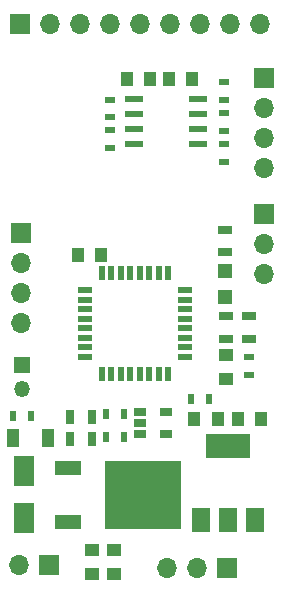
<source format=gts>
G04 #@! TF.FileFunction,Soldermask,Top*
%FSLAX46Y46*%
G04 Gerber Fmt 4.6, Leading zero omitted, Abs format (unit mm)*
G04 Created by KiCad (PCBNEW 4.0.2-stable) date 9/8/2017 10:58:27 PM*
%MOMM*%
G01*
G04 APERTURE LIST*
%ADD10C,0.100000*%
%ADD11R,1.200000X0.600000*%
%ADD12R,0.600000X1.200000*%
%ADD13R,1.000000X1.250000*%
%ADD14R,1.250000X1.000000*%
%ADD15R,1.000000X1.600000*%
%ADD16R,1.700000X1.700000*%
%ADD17O,1.700000X1.700000*%
%ADD18R,0.900000X0.500000*%
%ADD19R,0.700000X1.300000*%
%ADD20R,1.300000X0.700000*%
%ADD21R,2.200000X1.200000*%
%ADD22R,6.400000X5.800000*%
%ADD23R,3.800000X2.000000*%
%ADD24R,1.500000X2.000000*%
%ADD25R,1.550000X0.600000*%
%ADD26R,1.800000X2.500000*%
%ADD27R,1.350000X1.350000*%
%ADD28O,1.350000X1.350000*%
%ADD29R,1.200000X1.200000*%
%ADD30R,0.500000X0.900000*%
%ADD31R,1.060000X0.650000*%
G04 APERTURE END LIST*
D10*
D11*
X116245000Y-108205500D03*
X116245000Y-107405500D03*
X116245000Y-106605500D03*
X116245000Y-105805500D03*
X116245000Y-105005500D03*
X116245000Y-104205500D03*
X116245000Y-103405500D03*
X116245000Y-102605500D03*
D12*
X114795000Y-101155500D03*
X113995000Y-101155500D03*
X113195000Y-101155500D03*
X112395000Y-101155500D03*
X111595000Y-101155500D03*
X110795000Y-101155500D03*
X109995000Y-101155500D03*
X109195000Y-101155500D03*
D11*
X107745000Y-102605500D03*
X107745000Y-103405500D03*
X107745000Y-104205500D03*
X107745000Y-105005500D03*
X107745000Y-105805500D03*
X107745000Y-106605500D03*
X107745000Y-107405500D03*
X107745000Y-108205500D03*
D12*
X109195000Y-109655500D03*
X109995000Y-109655500D03*
X110795000Y-109655500D03*
X111595000Y-109655500D03*
X112395000Y-109655500D03*
X113195000Y-109655500D03*
X113995000Y-109655500D03*
X114795000Y-109655500D03*
D13*
X114824000Y-84709000D03*
X116824000Y-84709000D03*
D14*
X119697500Y-110077000D03*
X119697500Y-108077000D03*
D15*
X101624000Y-115112800D03*
X104624000Y-115112800D03*
D14*
X110236000Y-124603000D03*
X110236000Y-126603000D03*
X108331000Y-124603000D03*
X108331000Y-126603000D03*
D13*
X120682000Y-113482500D03*
X122682000Y-113482500D03*
X118983000Y-113482500D03*
X116983000Y-113482500D03*
D16*
X102362000Y-97726500D03*
D17*
X102362000Y-100266500D03*
X102362000Y-102806500D03*
X102362000Y-105346500D03*
D16*
X104673600Y-125857200D03*
D17*
X102133600Y-125857200D03*
D16*
X119812000Y-126111200D03*
D17*
X117272000Y-126111200D03*
X114732000Y-126111200D03*
D16*
X122936000Y-96139000D03*
D17*
X122936000Y-98679000D03*
X122936000Y-101219000D03*
D18*
X121602500Y-108228000D03*
X121602500Y-109728000D03*
D19*
X106441200Y-115163600D03*
X108341200Y-115163600D03*
D20*
X121602500Y-106680000D03*
X121602500Y-104780000D03*
X119697500Y-104775000D03*
X119697500Y-106675000D03*
D18*
X119507000Y-91694000D03*
X119507000Y-90194000D03*
X109855000Y-86447500D03*
X109855000Y-87947500D03*
X119507000Y-89090500D03*
X119507000Y-87590500D03*
X109855000Y-89027000D03*
X109855000Y-90527000D03*
X119507000Y-86463000D03*
X119507000Y-84963000D03*
D21*
X106353500Y-117671500D03*
X106353500Y-122231500D03*
D22*
X112653500Y-119951500D03*
D23*
X119840500Y-115730000D03*
D24*
X119840500Y-122030000D03*
X122140500Y-122030000D03*
X117540500Y-122030000D03*
D25*
X111917500Y-86423500D03*
X111917500Y-87693500D03*
X111917500Y-88963500D03*
X111917500Y-90233500D03*
X117317500Y-90233500D03*
X117317500Y-88963500D03*
X117317500Y-87693500D03*
X117317500Y-86423500D03*
D26*
X102552500Y-117888000D03*
X102552500Y-121888000D03*
D16*
X102235000Y-80010000D03*
D17*
X104775000Y-80010000D03*
X107315000Y-80010000D03*
X109855000Y-80010000D03*
X112395000Y-80010000D03*
X114935000Y-80010000D03*
X117475000Y-80010000D03*
X120015000Y-80010000D03*
X122555000Y-80010000D03*
D16*
X122936000Y-84645500D03*
D17*
X122936000Y-87185500D03*
X122936000Y-89725500D03*
X122936000Y-92265500D03*
D20*
X119634000Y-99364800D03*
X119634000Y-97464800D03*
D27*
X102387400Y-108940600D03*
D28*
X102387400Y-110940600D03*
D29*
X119634000Y-103182600D03*
X119634000Y-100982600D03*
D13*
X107140500Y-99568000D03*
X109140500Y-99568000D03*
D30*
X118238400Y-111760000D03*
X116738400Y-111760000D03*
X101662800Y-113233200D03*
X103162800Y-113233200D03*
D13*
X111268000Y-84709000D03*
X113268000Y-84709000D03*
D19*
X108341200Y-113284000D03*
X106441200Y-113284000D03*
D31*
X112438000Y-112892800D03*
X112438000Y-113842800D03*
X112438000Y-114792800D03*
X114638000Y-114792800D03*
X114638000Y-112892800D03*
D30*
X109536800Y-113080800D03*
X111036800Y-113080800D03*
X109536800Y-115011200D03*
X111036800Y-115011200D03*
M02*

</source>
